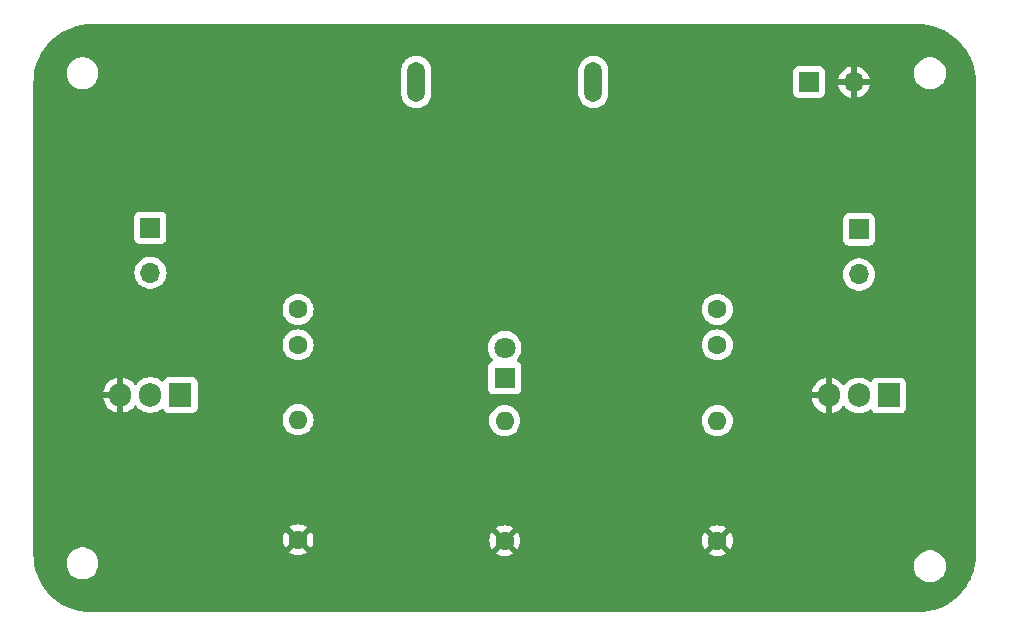
<source format=gbr>
%TF.GenerationSoftware,KiCad,Pcbnew,8.0.6*%
%TF.CreationDate,2024-11-17T18:19:46+01:00*%
%TF.ProjectId,MakerBot,4d616b65-7242-46f7-942e-6b696361645f,rev?*%
%TF.SameCoordinates,Original*%
%TF.FileFunction,Copper,L1,Top*%
%TF.FilePolarity,Positive*%
%FSLAX46Y46*%
G04 Gerber Fmt 4.6, Leading zero omitted, Abs format (unit mm)*
G04 Created by KiCad (PCBNEW 8.0.6) date 2024-11-17 18:19:46*
%MOMM*%
%LPD*%
G01*
G04 APERTURE LIST*
%TA.AperFunction,ComponentPad*%
%ADD10C,1.600000*%
%TD*%
%TA.AperFunction,ComponentPad*%
%ADD11O,1.600000X1.600000*%
%TD*%
%TA.AperFunction,ComponentPad*%
%ADD12O,1.500000X3.400000*%
%TD*%
%TA.AperFunction,ComponentPad*%
%ADD13R,1.700000X1.700000*%
%TD*%
%TA.AperFunction,ComponentPad*%
%ADD14O,1.700000X1.700000*%
%TD*%
%TA.AperFunction,ComponentPad*%
%ADD15R,1.905000X2.000000*%
%TD*%
%TA.AperFunction,ComponentPad*%
%ADD16O,1.905000X2.000000*%
%TD*%
%TA.AperFunction,ComponentPad*%
%ADD17R,1.800000X1.800000*%
%TD*%
%TA.AperFunction,ComponentPad*%
%ADD18C,1.800000*%
%TD*%
G04 APERTURE END LIST*
D10*
%TO.P,reistor_led1,1*%
%TO.N,GND*%
X190000000Y-93830000D03*
D11*
%TO.P,reistor_led1,2*%
%TO.N,Net-(led1-K)*%
X190000000Y-83670000D03*
%TD*%
D12*
%TO.P,push_button,1*%
%TO.N,VCC*%
X182500000Y-55000000D03*
%TO.P,push_button,2*%
%TO.N,+6V*%
X197500000Y-55000000D03*
%TD*%
D13*
%TO.P,motor2,1,+*%
%TO.N,VCC*%
X220000000Y-67480000D03*
D14*
%TO.P,motor2,2,-*%
%TO.N,Net-(motor2--)*%
X220000000Y-71290000D03*
%TD*%
D10*
%TO.P,resistor2,1*%
%TO.N,GND*%
X208000000Y-93830000D03*
D11*
%TO.P,resistor2,2*%
%TO.N,Net-(transistor2-G)*%
X208000000Y-83670000D03*
%TD*%
D13*
%TO.P,motor1,1,+*%
%TO.N,VCC*%
X160000000Y-67330000D03*
D14*
%TO.P,motor1,2,-*%
%TO.N,Net-(motor1--)*%
X160000000Y-71140000D03*
%TD*%
D15*
%TO.P,transistor2,1,G*%
%TO.N,Net-(transistor2-G)*%
X222504000Y-81534000D03*
D16*
%TO.P,transistor2,2,D*%
%TO.N,Net-(motor2--)*%
X219964000Y-81534000D03*
%TO.P,transistor2,3,S*%
%TO.N,GND*%
X217424000Y-81534000D03*
%TD*%
D10*
%TO.P,resistor1,1*%
%TO.N,GND*%
X172500000Y-93750000D03*
D11*
%TO.P,resistor1,2*%
%TO.N,Net-(transistor1-G)*%
X172500000Y-83590000D03*
%TD*%
D13*
%TO.P,battery,1,+*%
%TO.N,+6V*%
X215750000Y-55000000D03*
D14*
%TO.P,battery,2,-*%
%TO.N,GND*%
X219560000Y-55000000D03*
%TD*%
D17*
%TO.P,led1,1,K*%
%TO.N,Net-(led1-K)*%
X190000000Y-80025000D03*
D18*
%TO.P,led1,2,A*%
%TO.N,VCC*%
X190000000Y-77485000D03*
%TD*%
D15*
%TO.P,transistor1,1,G*%
%TO.N,Net-(transistor1-G)*%
X162540000Y-81500000D03*
D16*
%TO.P,transistor1,2,D*%
%TO.N,Net-(motor1--)*%
X160000000Y-81500000D03*
%TO.P,transistor1,3,S*%
%TO.N,GND*%
X157460000Y-81500000D03*
%TD*%
D10*
%TO.P,light_sensor1,1*%
%TO.N,VCC*%
X172500000Y-74250000D03*
%TO.P,light_sensor1,2*%
%TO.N,Net-(transistor1-G)*%
X172500000Y-77250000D03*
%TD*%
%TO.P,light_sensor2,1*%
%TO.N,VCC*%
X208000000Y-74250000D03*
%TO.P,light_sensor2,2*%
%TO.N,Net-(transistor2-G)*%
X208000000Y-77250000D03*
%TD*%
%TA.AperFunction,Conductor*%
%TO.N,GND*%
G36*
X225002702Y-50100617D02*
G01*
X225421634Y-50118908D01*
X225432369Y-50119848D01*
X225845430Y-50174228D01*
X225856056Y-50176101D01*
X226262816Y-50266278D01*
X226273228Y-50269067D01*
X226670582Y-50394353D01*
X226680717Y-50398042D01*
X227065625Y-50557477D01*
X227075416Y-50562043D01*
X227176472Y-50614649D01*
X227444942Y-50754406D01*
X227454310Y-50759814D01*
X227805675Y-50983658D01*
X227814536Y-50989863D01*
X228145045Y-51243471D01*
X228153332Y-51250425D01*
X228460478Y-51531872D01*
X228468127Y-51539521D01*
X228749574Y-51846667D01*
X228756528Y-51854954D01*
X229010136Y-52185463D01*
X229016341Y-52194324D01*
X229240185Y-52545689D01*
X229245593Y-52555057D01*
X229437953Y-52924576D01*
X229442525Y-52934380D01*
X229601951Y-53319267D01*
X229605650Y-53329430D01*
X229730868Y-53726570D01*
X229730926Y-53726752D01*
X229733726Y-53737202D01*
X229823895Y-54143930D01*
X229825773Y-54154583D01*
X229880149Y-54567610D01*
X229881092Y-54578386D01*
X229899382Y-54997297D01*
X229899500Y-55002706D01*
X229899500Y-94997293D01*
X229899382Y-95002702D01*
X229881092Y-95421613D01*
X229880149Y-95432389D01*
X229825773Y-95845416D01*
X229823895Y-95856069D01*
X229733726Y-96262797D01*
X229730926Y-96273247D01*
X229605651Y-96670567D01*
X229601951Y-96680732D01*
X229442525Y-97065619D01*
X229437953Y-97075423D01*
X229245593Y-97444942D01*
X229240185Y-97454310D01*
X229016341Y-97805675D01*
X229010136Y-97814536D01*
X228756528Y-98145045D01*
X228749574Y-98153332D01*
X228468127Y-98460478D01*
X228460478Y-98468127D01*
X228153332Y-98749574D01*
X228145045Y-98756528D01*
X227814536Y-99010136D01*
X227805675Y-99016341D01*
X227454310Y-99240185D01*
X227444942Y-99245593D01*
X227075423Y-99437953D01*
X227065619Y-99442525D01*
X226680732Y-99601951D01*
X226670567Y-99605651D01*
X226273247Y-99730926D01*
X226262797Y-99733726D01*
X225856069Y-99823895D01*
X225845416Y-99825773D01*
X225432389Y-99880149D01*
X225421613Y-99881092D01*
X225002703Y-99899382D01*
X224997294Y-99899500D01*
X155002706Y-99899500D01*
X154997297Y-99899382D01*
X154578386Y-99881092D01*
X154567610Y-99880149D01*
X154154583Y-99825773D01*
X154143930Y-99823895D01*
X153836064Y-99755643D01*
X153737199Y-99733725D01*
X153726756Y-99730927D01*
X153329430Y-99605650D01*
X153319267Y-99601951D01*
X152934380Y-99442525D01*
X152924576Y-99437953D01*
X152555057Y-99245593D01*
X152545689Y-99240185D01*
X152194324Y-99016341D01*
X152185463Y-99010136D01*
X151854954Y-98756528D01*
X151846667Y-98749574D01*
X151539521Y-98468127D01*
X151531872Y-98460478D01*
X151250425Y-98153332D01*
X151243471Y-98145045D01*
X150989863Y-97814536D01*
X150983658Y-97805675D01*
X150759814Y-97454310D01*
X150754406Y-97444942D01*
X150562043Y-97075416D01*
X150557474Y-97065619D01*
X150398042Y-96680717D01*
X150394353Y-96670582D01*
X150269067Y-96273228D01*
X150266278Y-96262816D01*
X150176101Y-95856056D01*
X150174228Y-95845430D01*
X150147672Y-95643713D01*
X152899500Y-95643713D01*
X152899500Y-95856286D01*
X152929800Y-96047596D01*
X152932754Y-96066243D01*
X152998336Y-96268084D01*
X152998444Y-96268414D01*
X153094951Y-96457820D01*
X153219890Y-96629786D01*
X153370213Y-96780109D01*
X153542179Y-96905048D01*
X153542181Y-96905049D01*
X153542184Y-96905051D01*
X153731588Y-97001557D01*
X153933757Y-97067246D01*
X154143713Y-97100500D01*
X154143714Y-97100500D01*
X154356286Y-97100500D01*
X154356287Y-97100500D01*
X154566243Y-97067246D01*
X154768412Y-97001557D01*
X154957816Y-96905051D01*
X155025800Y-96855658D01*
X155129786Y-96780109D01*
X155129788Y-96780106D01*
X155129792Y-96780104D01*
X155280104Y-96629792D01*
X155280106Y-96629788D01*
X155280109Y-96629786D01*
X155405048Y-96457820D01*
X155405047Y-96457820D01*
X155405051Y-96457816D01*
X155501557Y-96268412D01*
X155567246Y-96066243D01*
X155594572Y-95893713D01*
X224649500Y-95893713D01*
X224649500Y-96106286D01*
X224675178Y-96268414D01*
X224682754Y-96316243D01*
X224728755Y-96457820D01*
X224748444Y-96518414D01*
X224844951Y-96707820D01*
X224969890Y-96879786D01*
X225120213Y-97030109D01*
X225292179Y-97155048D01*
X225292181Y-97155049D01*
X225292184Y-97155051D01*
X225481588Y-97251557D01*
X225683757Y-97317246D01*
X225893713Y-97350500D01*
X225893714Y-97350500D01*
X226106286Y-97350500D01*
X226106287Y-97350500D01*
X226316243Y-97317246D01*
X226518412Y-97251557D01*
X226707816Y-97155051D01*
X226782900Y-97100500D01*
X226879786Y-97030109D01*
X226879788Y-97030106D01*
X226879792Y-97030104D01*
X227030104Y-96879792D01*
X227030106Y-96879788D01*
X227030109Y-96879786D01*
X227155048Y-96707820D01*
X227155047Y-96707820D01*
X227155051Y-96707816D01*
X227251557Y-96518412D01*
X227317246Y-96316243D01*
X227350500Y-96106287D01*
X227350500Y-95893713D01*
X227317246Y-95683757D01*
X227251557Y-95481588D01*
X227155051Y-95292184D01*
X227155049Y-95292181D01*
X227155048Y-95292179D01*
X227030109Y-95120213D01*
X226879786Y-94969890D01*
X226707820Y-94844951D01*
X226518414Y-94748444D01*
X226518413Y-94748443D01*
X226518412Y-94748443D01*
X226316243Y-94682754D01*
X226316241Y-94682753D01*
X226316240Y-94682753D01*
X226154957Y-94657208D01*
X226106287Y-94649500D01*
X225893713Y-94649500D01*
X225845042Y-94657208D01*
X225683760Y-94682753D01*
X225481585Y-94748444D01*
X225292179Y-94844951D01*
X225120213Y-94969890D01*
X224969890Y-95120213D01*
X224844951Y-95292179D01*
X224748444Y-95481585D01*
X224682753Y-95683760D01*
X224649500Y-95893713D01*
X155594572Y-95893713D01*
X155600500Y-95856287D01*
X155600500Y-95643713D01*
X155567246Y-95433757D01*
X155501557Y-95231588D01*
X155405051Y-95042184D01*
X155405049Y-95042181D01*
X155405048Y-95042179D01*
X155280109Y-94870213D01*
X155129786Y-94719890D01*
X154957820Y-94594951D01*
X154768414Y-94498444D01*
X154768413Y-94498443D01*
X154768412Y-94498443D01*
X154566243Y-94432754D01*
X154566241Y-94432753D01*
X154566240Y-94432753D01*
X154375089Y-94402478D01*
X154356287Y-94399500D01*
X154143713Y-94399500D01*
X154124911Y-94402478D01*
X153933760Y-94432753D01*
X153731585Y-94498444D01*
X153542179Y-94594951D01*
X153370213Y-94719890D01*
X153219890Y-94870213D01*
X153094951Y-95042179D01*
X152998444Y-95231585D01*
X152932753Y-95433760D01*
X152899500Y-95643713D01*
X150147672Y-95643713D01*
X150119848Y-95432369D01*
X150118908Y-95421632D01*
X150100618Y-95002701D01*
X150100500Y-94997293D01*
X150100500Y-93749997D01*
X171195034Y-93749997D01*
X171195034Y-93750002D01*
X171214858Y-93976599D01*
X171214860Y-93976610D01*
X171273730Y-94196317D01*
X171273735Y-94196331D01*
X171369863Y-94402478D01*
X171420974Y-94475472D01*
X172100000Y-93796446D01*
X172100000Y-93802661D01*
X172127259Y-93904394D01*
X172179920Y-93995606D01*
X172254394Y-94070080D01*
X172345606Y-94122741D01*
X172447339Y-94150000D01*
X172453553Y-94150000D01*
X171774526Y-94829025D01*
X171847513Y-94880132D01*
X171847521Y-94880136D01*
X172053668Y-94976264D01*
X172053682Y-94976269D01*
X172273389Y-95035139D01*
X172273400Y-95035141D01*
X172499998Y-95054966D01*
X172500002Y-95054966D01*
X172726599Y-95035141D01*
X172726610Y-95035139D01*
X172946317Y-94976269D01*
X172946331Y-94976264D01*
X173152478Y-94880136D01*
X173225471Y-94829024D01*
X172546447Y-94150000D01*
X172552661Y-94150000D01*
X172654394Y-94122741D01*
X172745606Y-94070080D01*
X172820080Y-93995606D01*
X172872741Y-93904394D01*
X172900000Y-93802661D01*
X172900000Y-93796447D01*
X173579024Y-94475471D01*
X173630136Y-94402478D01*
X173726264Y-94196331D01*
X173726269Y-94196317D01*
X173785139Y-93976610D01*
X173785141Y-93976599D01*
X173797967Y-93829997D01*
X188695034Y-93829997D01*
X188695034Y-93830002D01*
X188714858Y-94056599D01*
X188714860Y-94056610D01*
X188773730Y-94276317D01*
X188773735Y-94276331D01*
X188869863Y-94482478D01*
X188920974Y-94555472D01*
X189600000Y-93876446D01*
X189600000Y-93882661D01*
X189627259Y-93984394D01*
X189679920Y-94075606D01*
X189754394Y-94150080D01*
X189845606Y-94202741D01*
X189947339Y-94230000D01*
X189953553Y-94230000D01*
X189274526Y-94909025D01*
X189347513Y-94960132D01*
X189347521Y-94960136D01*
X189553668Y-95056264D01*
X189553682Y-95056269D01*
X189773389Y-95115139D01*
X189773400Y-95115141D01*
X189999998Y-95134966D01*
X190000002Y-95134966D01*
X190226599Y-95115141D01*
X190226610Y-95115139D01*
X190446317Y-95056269D01*
X190446331Y-95056264D01*
X190652478Y-94960136D01*
X190725471Y-94909024D01*
X190046447Y-94230000D01*
X190052661Y-94230000D01*
X190154394Y-94202741D01*
X190245606Y-94150080D01*
X190320080Y-94075606D01*
X190372741Y-93984394D01*
X190400000Y-93882661D01*
X190400000Y-93876447D01*
X191079024Y-94555471D01*
X191130136Y-94482478D01*
X191226264Y-94276331D01*
X191226269Y-94276317D01*
X191285139Y-94056610D01*
X191285141Y-94056599D01*
X191304966Y-93830002D01*
X191304966Y-93829997D01*
X206695034Y-93829997D01*
X206695034Y-93830002D01*
X206714858Y-94056599D01*
X206714860Y-94056610D01*
X206773730Y-94276317D01*
X206773735Y-94276331D01*
X206869863Y-94482478D01*
X206920974Y-94555472D01*
X207600000Y-93876446D01*
X207600000Y-93882661D01*
X207627259Y-93984394D01*
X207679920Y-94075606D01*
X207754394Y-94150080D01*
X207845606Y-94202741D01*
X207947339Y-94230000D01*
X207953553Y-94230000D01*
X207274526Y-94909025D01*
X207347513Y-94960132D01*
X207347521Y-94960136D01*
X207553668Y-95056264D01*
X207553682Y-95056269D01*
X207773389Y-95115139D01*
X207773400Y-95115141D01*
X207999998Y-95134966D01*
X208000002Y-95134966D01*
X208226599Y-95115141D01*
X208226610Y-95115139D01*
X208446317Y-95056269D01*
X208446331Y-95056264D01*
X208652478Y-94960136D01*
X208725471Y-94909024D01*
X208046447Y-94230000D01*
X208052661Y-94230000D01*
X208154394Y-94202741D01*
X208245606Y-94150080D01*
X208320080Y-94075606D01*
X208372741Y-93984394D01*
X208400000Y-93882661D01*
X208400000Y-93876447D01*
X209079024Y-94555471D01*
X209130136Y-94482478D01*
X209226264Y-94276331D01*
X209226269Y-94276317D01*
X209285139Y-94056610D01*
X209285141Y-94056599D01*
X209304966Y-93830002D01*
X209304966Y-93829997D01*
X209285141Y-93603400D01*
X209285139Y-93603389D01*
X209226269Y-93383682D01*
X209226264Y-93383668D01*
X209130136Y-93177521D01*
X209130132Y-93177513D01*
X209079025Y-93104526D01*
X208400000Y-93783551D01*
X208400000Y-93777339D01*
X208372741Y-93675606D01*
X208320080Y-93584394D01*
X208245606Y-93509920D01*
X208154394Y-93457259D01*
X208052661Y-93430000D01*
X208046448Y-93430000D01*
X208725472Y-92750974D01*
X208652478Y-92699863D01*
X208446331Y-92603735D01*
X208446317Y-92603730D01*
X208226610Y-92544860D01*
X208226599Y-92544858D01*
X208000002Y-92525034D01*
X207999998Y-92525034D01*
X207773400Y-92544858D01*
X207773389Y-92544860D01*
X207553682Y-92603730D01*
X207553673Y-92603734D01*
X207347516Y-92699866D01*
X207347512Y-92699868D01*
X207274526Y-92750973D01*
X207274526Y-92750974D01*
X207953553Y-93430000D01*
X207947339Y-93430000D01*
X207845606Y-93457259D01*
X207754394Y-93509920D01*
X207679920Y-93584394D01*
X207627259Y-93675606D01*
X207600000Y-93777339D01*
X207600000Y-93783552D01*
X206920974Y-93104526D01*
X206920973Y-93104526D01*
X206869868Y-93177512D01*
X206869866Y-93177516D01*
X206773734Y-93383673D01*
X206773730Y-93383682D01*
X206714860Y-93603389D01*
X206714858Y-93603400D01*
X206695034Y-93829997D01*
X191304966Y-93829997D01*
X191285141Y-93603400D01*
X191285139Y-93603389D01*
X191226269Y-93383682D01*
X191226264Y-93383668D01*
X191130136Y-93177521D01*
X191130132Y-93177513D01*
X191079025Y-93104526D01*
X190400000Y-93783551D01*
X190400000Y-93777339D01*
X190372741Y-93675606D01*
X190320080Y-93584394D01*
X190245606Y-93509920D01*
X190154394Y-93457259D01*
X190052661Y-93430000D01*
X190046448Y-93430000D01*
X190725472Y-92750974D01*
X190652478Y-92699863D01*
X190446331Y-92603735D01*
X190446317Y-92603730D01*
X190226610Y-92544860D01*
X190226599Y-92544858D01*
X190000002Y-92525034D01*
X189999998Y-92525034D01*
X189773400Y-92544858D01*
X189773389Y-92544860D01*
X189553682Y-92603730D01*
X189553673Y-92603734D01*
X189347516Y-92699866D01*
X189347512Y-92699868D01*
X189274526Y-92750973D01*
X189274526Y-92750974D01*
X189953553Y-93430000D01*
X189947339Y-93430000D01*
X189845606Y-93457259D01*
X189754394Y-93509920D01*
X189679920Y-93584394D01*
X189627259Y-93675606D01*
X189600000Y-93777339D01*
X189600000Y-93783552D01*
X188920974Y-93104526D01*
X188920973Y-93104526D01*
X188869868Y-93177512D01*
X188869866Y-93177516D01*
X188773734Y-93383673D01*
X188773730Y-93383682D01*
X188714860Y-93603389D01*
X188714858Y-93603400D01*
X188695034Y-93829997D01*
X173797967Y-93829997D01*
X173804966Y-93750002D01*
X173804966Y-93749997D01*
X173785141Y-93523400D01*
X173785139Y-93523389D01*
X173726269Y-93303682D01*
X173726264Y-93303668D01*
X173630136Y-93097521D01*
X173630132Y-93097513D01*
X173579025Y-93024526D01*
X172900000Y-93703551D01*
X172900000Y-93697339D01*
X172872741Y-93595606D01*
X172820080Y-93504394D01*
X172745606Y-93429920D01*
X172654394Y-93377259D01*
X172552661Y-93350000D01*
X172546448Y-93350000D01*
X173225472Y-92670974D01*
X173152478Y-92619863D01*
X172946331Y-92523735D01*
X172946317Y-92523730D01*
X172726610Y-92464860D01*
X172726599Y-92464858D01*
X172500002Y-92445034D01*
X172499998Y-92445034D01*
X172273400Y-92464858D01*
X172273389Y-92464860D01*
X172053682Y-92523730D01*
X172053673Y-92523734D01*
X171847516Y-92619866D01*
X171847512Y-92619868D01*
X171774526Y-92670973D01*
X171774526Y-92670974D01*
X172453553Y-93350000D01*
X172447339Y-93350000D01*
X172345606Y-93377259D01*
X172254394Y-93429920D01*
X172179920Y-93504394D01*
X172127259Y-93595606D01*
X172100000Y-93697339D01*
X172100000Y-93703552D01*
X171420974Y-93024526D01*
X171420973Y-93024526D01*
X171369868Y-93097512D01*
X171369866Y-93097516D01*
X171273734Y-93303673D01*
X171273730Y-93303682D01*
X171214860Y-93523389D01*
X171214858Y-93523400D01*
X171195034Y-93749997D01*
X150100500Y-93749997D01*
X150100500Y-83589998D01*
X171186502Y-83589998D01*
X171186502Y-83590001D01*
X171206456Y-83818081D01*
X171206457Y-83818089D01*
X171265714Y-84039238D01*
X171265718Y-84039249D01*
X171303020Y-84119243D01*
X171362477Y-84246749D01*
X171493802Y-84434300D01*
X171655700Y-84596198D01*
X171843251Y-84727523D01*
X171968091Y-84785736D01*
X172050750Y-84824281D01*
X172050752Y-84824281D01*
X172050757Y-84824284D01*
X172271913Y-84883543D01*
X172434832Y-84897796D01*
X172499998Y-84903498D01*
X172500000Y-84903498D01*
X172500002Y-84903498D01*
X172557021Y-84898509D01*
X172728087Y-84883543D01*
X172949243Y-84824284D01*
X173156749Y-84727523D01*
X173344300Y-84596198D01*
X173506198Y-84434300D01*
X173637523Y-84246749D01*
X173734284Y-84039243D01*
X173793543Y-83818087D01*
X173806499Y-83669998D01*
X188686502Y-83669998D01*
X188686502Y-83670001D01*
X188706456Y-83898081D01*
X188706457Y-83898089D01*
X188765714Y-84119238D01*
X188765718Y-84119249D01*
X188862475Y-84326745D01*
X188862477Y-84326749D01*
X188993802Y-84514300D01*
X189155700Y-84676198D01*
X189343251Y-84807523D01*
X189468091Y-84865736D01*
X189550750Y-84904281D01*
X189550752Y-84904281D01*
X189550757Y-84904284D01*
X189771913Y-84963543D01*
X189934832Y-84977796D01*
X189999998Y-84983498D01*
X190000000Y-84983498D01*
X190000002Y-84983498D01*
X190057021Y-84978509D01*
X190228087Y-84963543D01*
X190449243Y-84904284D01*
X190656749Y-84807523D01*
X190844300Y-84676198D01*
X191006198Y-84514300D01*
X191137523Y-84326749D01*
X191234284Y-84119243D01*
X191293543Y-83898087D01*
X191313498Y-83670000D01*
X191313498Y-83669998D01*
X206686502Y-83669998D01*
X206686502Y-83670001D01*
X206706456Y-83898081D01*
X206706457Y-83898089D01*
X206765714Y-84119238D01*
X206765718Y-84119249D01*
X206862475Y-84326745D01*
X206862477Y-84326749D01*
X206993802Y-84514300D01*
X207155700Y-84676198D01*
X207343251Y-84807523D01*
X207468091Y-84865736D01*
X207550750Y-84904281D01*
X207550752Y-84904281D01*
X207550757Y-84904284D01*
X207771913Y-84963543D01*
X207934832Y-84977796D01*
X207999998Y-84983498D01*
X208000000Y-84983498D01*
X208000002Y-84983498D01*
X208057021Y-84978509D01*
X208228087Y-84963543D01*
X208449243Y-84904284D01*
X208656749Y-84807523D01*
X208844300Y-84676198D01*
X209006198Y-84514300D01*
X209137523Y-84326749D01*
X209234284Y-84119243D01*
X209293543Y-83898087D01*
X209313498Y-83670000D01*
X209293543Y-83441913D01*
X209234284Y-83220757D01*
X209196981Y-83140761D01*
X209137524Y-83013254D01*
X209137523Y-83013252D01*
X209137523Y-83013251D01*
X209006198Y-82825700D01*
X208844300Y-82663802D01*
X208656749Y-82532477D01*
X208646582Y-82527736D01*
X208449249Y-82435718D01*
X208449238Y-82435714D01*
X208228089Y-82376457D01*
X208228081Y-82376456D01*
X208000002Y-82356502D01*
X207999998Y-82356502D01*
X207771918Y-82376456D01*
X207771910Y-82376457D01*
X207550761Y-82435714D01*
X207550750Y-82435718D01*
X207343254Y-82532475D01*
X207343252Y-82532476D01*
X207320148Y-82548654D01*
X207155700Y-82663802D01*
X207155698Y-82663803D01*
X207155695Y-82663806D01*
X206993806Y-82825695D01*
X206993803Y-82825698D01*
X206993802Y-82825700D01*
X206943695Y-82897260D01*
X206862476Y-83013252D01*
X206862475Y-83013254D01*
X206765718Y-83220750D01*
X206765714Y-83220761D01*
X206706457Y-83441910D01*
X206706456Y-83441918D01*
X206686502Y-83669998D01*
X191313498Y-83669998D01*
X191293543Y-83441913D01*
X191234284Y-83220757D01*
X191196981Y-83140761D01*
X191137524Y-83013254D01*
X191137523Y-83013252D01*
X191137523Y-83013251D01*
X191006198Y-82825700D01*
X190844300Y-82663802D01*
X190656749Y-82532477D01*
X190646582Y-82527736D01*
X190449249Y-82435718D01*
X190449238Y-82435714D01*
X190228089Y-82376457D01*
X190228081Y-82376456D01*
X190000002Y-82356502D01*
X189999998Y-82356502D01*
X189771918Y-82376456D01*
X189771910Y-82376457D01*
X189550761Y-82435714D01*
X189550750Y-82435718D01*
X189343254Y-82532475D01*
X189343252Y-82532476D01*
X189320148Y-82548654D01*
X189155700Y-82663802D01*
X189155698Y-82663803D01*
X189155695Y-82663806D01*
X188993806Y-82825695D01*
X188993803Y-82825698D01*
X188993802Y-82825700D01*
X188943695Y-82897260D01*
X188862476Y-83013252D01*
X188862475Y-83013254D01*
X188765718Y-83220750D01*
X188765714Y-83220761D01*
X188706457Y-83441910D01*
X188706456Y-83441918D01*
X188686502Y-83669998D01*
X173806499Y-83669998D01*
X173813498Y-83590000D01*
X173793543Y-83361913D01*
X173734284Y-83140757D01*
X173637523Y-82933251D01*
X173506198Y-82745700D01*
X173344300Y-82583802D01*
X173156749Y-82452477D01*
X173151313Y-82449942D01*
X172949249Y-82355718D01*
X172949238Y-82355714D01*
X172728089Y-82296457D01*
X172728081Y-82296456D01*
X172500002Y-82276502D01*
X172499998Y-82276502D01*
X172271918Y-82296456D01*
X172271910Y-82296457D01*
X172050761Y-82355714D01*
X172050750Y-82355718D01*
X171843254Y-82452475D01*
X171843252Y-82452476D01*
X171843251Y-82452477D01*
X171655700Y-82583802D01*
X171655698Y-82583803D01*
X171655695Y-82583806D01*
X171493806Y-82745695D01*
X171493803Y-82745698D01*
X171493802Y-82745700D01*
X171439124Y-82823788D01*
X171362476Y-82933252D01*
X171362475Y-82933254D01*
X171265718Y-83140750D01*
X171265714Y-83140761D01*
X171206457Y-83361910D01*
X171206456Y-83361918D01*
X171186502Y-83589998D01*
X150100500Y-83589998D01*
X150100500Y-81250000D01*
X156021468Y-81250000D01*
X156969252Y-81250000D01*
X156947482Y-81287708D01*
X156910000Y-81427591D01*
X156910000Y-81572409D01*
X156947482Y-81712292D01*
X156969252Y-81750000D01*
X156021468Y-81750000D01*
X156043265Y-81887628D01*
X156113917Y-82105070D01*
X156217711Y-82308776D01*
X156352097Y-82493742D01*
X156513757Y-82655402D01*
X156698723Y-82789788D01*
X156902429Y-82893582D01*
X157119871Y-82964234D01*
X157210000Y-82978509D01*
X157210000Y-81990747D01*
X157247708Y-82012518D01*
X157387591Y-82050000D01*
X157532409Y-82050000D01*
X157672292Y-82012518D01*
X157710000Y-81990747D01*
X157710000Y-82978508D01*
X157800128Y-82964234D01*
X158017570Y-82893582D01*
X158221276Y-82789788D01*
X158406242Y-82655402D01*
X158567902Y-82493742D01*
X158567907Y-82493736D01*
X158624428Y-82415942D01*
X158679757Y-82373276D01*
X158749371Y-82367297D01*
X158811166Y-82399902D01*
X158825064Y-82415942D01*
X158881584Y-82493736D01*
X158885611Y-82499278D01*
X159048222Y-82661889D01*
X159234269Y-82797060D01*
X159331078Y-82846386D01*
X159439166Y-82901460D01*
X159439168Y-82901460D01*
X159439171Y-82901462D01*
X159519560Y-82927582D01*
X159657881Y-82972526D01*
X159885012Y-83008500D01*
X159885017Y-83008500D01*
X160114988Y-83008500D01*
X160342118Y-82972526D01*
X160408712Y-82950888D01*
X160560829Y-82901462D01*
X160765731Y-82797060D01*
X160940428Y-82670134D01*
X161006231Y-82646656D01*
X161074285Y-82662481D01*
X161122980Y-82712587D01*
X161129491Y-82727117D01*
X161136610Y-82746203D01*
X161147775Y-82761117D01*
X161224239Y-82863261D01*
X161341296Y-82950889D01*
X161432450Y-82984888D01*
X161468231Y-82998234D01*
X161478299Y-83001989D01*
X161505550Y-83004918D01*
X161538845Y-83008499D01*
X161538862Y-83008500D01*
X163541138Y-83008500D01*
X163541154Y-83008499D01*
X163568192Y-83005591D01*
X163601701Y-83001989D01*
X163611769Y-82998234D01*
X163647547Y-82984889D01*
X163738704Y-82950889D01*
X163855761Y-82863261D01*
X163943389Y-82746204D01*
X163994489Y-82609201D01*
X163998847Y-82568667D01*
X164000999Y-82548654D01*
X164001000Y-82548637D01*
X164001000Y-80451362D01*
X164000999Y-80451345D01*
X163997657Y-80420270D01*
X163994489Y-80390799D01*
X163993157Y-80387229D01*
X163971370Y-80328815D01*
X163943389Y-80253796D01*
X163855761Y-80136739D01*
X163738704Y-80049111D01*
X163601703Y-79998011D01*
X163541154Y-79991500D01*
X163541138Y-79991500D01*
X161538862Y-79991500D01*
X161538845Y-79991500D01*
X161478297Y-79998011D01*
X161478295Y-79998011D01*
X161341295Y-80049111D01*
X161224239Y-80136739D01*
X161136610Y-80253796D01*
X161129491Y-80272883D01*
X161087617Y-80328815D01*
X161022152Y-80353229D01*
X160953880Y-80338375D01*
X160940426Y-80329863D01*
X160765734Y-80202942D01*
X160765733Y-80202941D01*
X160765731Y-80202940D01*
X160701741Y-80170336D01*
X160560833Y-80098539D01*
X160342118Y-80027473D01*
X160114988Y-79991500D01*
X160114983Y-79991500D01*
X159885017Y-79991500D01*
X159885012Y-79991500D01*
X159657881Y-80027473D01*
X159439166Y-80098539D01*
X159234268Y-80202940D01*
X159048219Y-80338113D01*
X158885613Y-80500719D01*
X158885613Y-80500720D01*
X158885611Y-80500722D01*
X158860911Y-80534719D01*
X158825064Y-80584058D01*
X158769734Y-80626723D01*
X158700120Y-80632702D01*
X158638325Y-80600096D01*
X158624428Y-80584057D01*
X158567907Y-80506263D01*
X158567902Y-80506257D01*
X158406242Y-80344597D01*
X158221276Y-80210211D01*
X158017568Y-80106417D01*
X157800124Y-80035765D01*
X157710000Y-80021490D01*
X157710000Y-81009252D01*
X157672292Y-80987482D01*
X157532409Y-80950000D01*
X157387591Y-80950000D01*
X157247708Y-80987482D01*
X157210000Y-81009252D01*
X157210000Y-80021490D01*
X157209999Y-80021490D01*
X157119875Y-80035765D01*
X156902431Y-80106417D01*
X156698723Y-80210211D01*
X156513757Y-80344597D01*
X156352097Y-80506257D01*
X156217711Y-80691223D01*
X156113917Y-80894929D01*
X156043265Y-81112371D01*
X156021468Y-81250000D01*
X150100500Y-81250000D01*
X150100500Y-77249998D01*
X171186502Y-77249998D01*
X171186502Y-77250001D01*
X171206456Y-77478081D01*
X171206457Y-77478089D01*
X171265714Y-77699238D01*
X171265718Y-77699249D01*
X171362475Y-77906745D01*
X171362477Y-77906749D01*
X171493802Y-78094300D01*
X171655700Y-78256198D01*
X171843251Y-78387523D01*
X171968091Y-78445736D01*
X172050750Y-78484281D01*
X172050752Y-78484281D01*
X172050757Y-78484284D01*
X172271913Y-78543543D01*
X172434832Y-78557796D01*
X172499998Y-78563498D01*
X172500000Y-78563498D01*
X172500002Y-78563498D01*
X172557021Y-78558509D01*
X172728087Y-78543543D01*
X172949243Y-78484284D01*
X173156749Y-78387523D01*
X173344300Y-78256198D01*
X173506198Y-78094300D01*
X173637523Y-77906749D01*
X173734284Y-77699243D01*
X173791692Y-77484994D01*
X188586673Y-77484994D01*
X188586673Y-77485005D01*
X188605948Y-77717622D01*
X188663251Y-77943907D01*
X188757015Y-78157668D01*
X188884686Y-78353084D01*
X188971856Y-78447775D01*
X189002779Y-78510429D01*
X188994919Y-78579855D01*
X188950772Y-78634011D01*
X188923963Y-78647939D01*
X188853794Y-78674111D01*
X188736739Y-78761739D01*
X188649111Y-78878795D01*
X188598011Y-79015795D01*
X188598011Y-79015797D01*
X188591500Y-79076345D01*
X188591500Y-80973654D01*
X188598011Y-81034202D01*
X188598011Y-81034204D01*
X188645787Y-81162292D01*
X188649111Y-81171204D01*
X188736739Y-81288261D01*
X188853796Y-81375889D01*
X188990799Y-81426989D01*
X189018050Y-81429918D01*
X189051345Y-81433499D01*
X189051362Y-81433500D01*
X190948638Y-81433500D01*
X190948654Y-81433499D01*
X190975692Y-81430591D01*
X191009201Y-81426989D01*
X191146204Y-81375889D01*
X191263261Y-81288261D01*
X191266451Y-81284000D01*
X215985468Y-81284000D01*
X216933252Y-81284000D01*
X216911482Y-81321708D01*
X216874000Y-81461591D01*
X216874000Y-81606409D01*
X216911482Y-81746292D01*
X216933252Y-81784000D01*
X215985468Y-81784000D01*
X216007265Y-81921628D01*
X216077917Y-82139070D01*
X216181711Y-82342776D01*
X216316097Y-82527742D01*
X216477757Y-82689402D01*
X216662723Y-82823788D01*
X216866429Y-82927582D01*
X217083871Y-82998234D01*
X217174000Y-83012509D01*
X217174000Y-82024747D01*
X217211708Y-82046518D01*
X217351591Y-82084000D01*
X217496409Y-82084000D01*
X217636292Y-82046518D01*
X217674000Y-82024747D01*
X217674000Y-83012509D01*
X217764128Y-82998234D01*
X217981570Y-82927582D01*
X218185276Y-82823788D01*
X218370242Y-82689402D01*
X218531902Y-82527742D01*
X218531907Y-82527736D01*
X218588428Y-82449942D01*
X218643757Y-82407276D01*
X218713371Y-82401297D01*
X218775166Y-82433902D01*
X218789064Y-82449942D01*
X218849027Y-82532475D01*
X218849611Y-82533278D01*
X219012222Y-82695889D01*
X219198269Y-82831060D01*
X219295078Y-82880386D01*
X219403166Y-82935460D01*
X219403168Y-82935460D01*
X219403171Y-82935462D01*
X219520404Y-82973553D01*
X219621881Y-83006526D01*
X219849012Y-83042500D01*
X219849017Y-83042500D01*
X220078988Y-83042500D01*
X220306118Y-83006526D01*
X220372712Y-82984888D01*
X220524829Y-82935462D01*
X220529163Y-82933254D01*
X220599805Y-82897260D01*
X220729731Y-82831060D01*
X220904428Y-82704134D01*
X220970231Y-82680656D01*
X221038285Y-82696481D01*
X221086980Y-82746587D01*
X221093491Y-82761117D01*
X221100610Y-82780203D01*
X221113229Y-82797060D01*
X221188239Y-82897261D01*
X221305296Y-82984889D01*
X221442299Y-83035989D01*
X221469550Y-83038918D01*
X221502845Y-83042499D01*
X221502862Y-83042500D01*
X223505138Y-83042500D01*
X223505154Y-83042499D01*
X223532192Y-83039591D01*
X223565701Y-83035989D01*
X223702704Y-82984889D01*
X223819761Y-82897261D01*
X223907389Y-82780204D01*
X223958489Y-82643201D01*
X223962144Y-82609201D01*
X223964999Y-82582654D01*
X223965000Y-82582637D01*
X223965000Y-80485362D01*
X223964999Y-80485345D01*
X223961343Y-80451345D01*
X223958489Y-80424799D01*
X223907389Y-80287796D01*
X223819761Y-80170739D01*
X223702704Y-80083111D01*
X223565703Y-80032011D01*
X223505154Y-80025500D01*
X223505138Y-80025500D01*
X221502862Y-80025500D01*
X221502845Y-80025500D01*
X221442297Y-80032011D01*
X221442295Y-80032011D01*
X221305295Y-80083111D01*
X221188239Y-80170739D01*
X221100610Y-80287796D01*
X221093491Y-80306883D01*
X221051617Y-80362815D01*
X220986152Y-80387229D01*
X220917880Y-80372375D01*
X220904426Y-80363863D01*
X220729734Y-80236942D01*
X220729733Y-80236941D01*
X220729731Y-80236940D01*
X220663002Y-80202940D01*
X220524833Y-80132539D01*
X220306118Y-80061473D01*
X220078988Y-80025500D01*
X220078983Y-80025500D01*
X219849017Y-80025500D01*
X219849012Y-80025500D01*
X219621881Y-80061473D01*
X219403166Y-80132539D01*
X219198268Y-80236940D01*
X219012219Y-80372113D01*
X218849613Y-80534719D01*
X218849613Y-80534720D01*
X218849611Y-80534722D01*
X218802114Y-80600096D01*
X218789064Y-80618058D01*
X218733734Y-80660723D01*
X218664120Y-80666702D01*
X218602325Y-80634096D01*
X218588428Y-80618057D01*
X218531907Y-80540263D01*
X218531902Y-80540257D01*
X218370242Y-80378597D01*
X218185276Y-80244211D01*
X217981568Y-80140417D01*
X217764124Y-80069765D01*
X217674000Y-80055490D01*
X217674000Y-81043252D01*
X217636292Y-81021482D01*
X217496409Y-80984000D01*
X217351591Y-80984000D01*
X217211708Y-81021482D01*
X217174000Y-81043252D01*
X217174000Y-80055490D01*
X217173999Y-80055490D01*
X217083875Y-80069765D01*
X216866431Y-80140417D01*
X216662723Y-80244211D01*
X216477757Y-80378597D01*
X216316097Y-80540257D01*
X216181711Y-80725223D01*
X216077917Y-80928929D01*
X216007265Y-81146371D01*
X215985468Y-81284000D01*
X191266451Y-81284000D01*
X191350889Y-81171204D01*
X191401989Y-81034201D01*
X191407386Y-80984000D01*
X191408499Y-80973654D01*
X191408500Y-80973637D01*
X191408500Y-79076362D01*
X191408499Y-79076345D01*
X191405157Y-79045270D01*
X191401989Y-79015799D01*
X191350889Y-78878796D01*
X191263261Y-78761739D01*
X191146204Y-78674111D01*
X191076037Y-78647939D01*
X191020104Y-78606067D01*
X190995688Y-78540602D01*
X191010541Y-78472329D01*
X191028138Y-78447780D01*
X191115314Y-78353083D01*
X191242984Y-78157669D01*
X191336749Y-77943907D01*
X191394051Y-77717626D01*
X191413327Y-77485000D01*
X191412754Y-77478089D01*
X191394051Y-77252377D01*
X191394051Y-77252374D01*
X191393449Y-77249998D01*
X206686502Y-77249998D01*
X206686502Y-77250001D01*
X206706456Y-77478081D01*
X206706457Y-77478089D01*
X206765714Y-77699238D01*
X206765718Y-77699249D01*
X206862475Y-77906745D01*
X206862477Y-77906749D01*
X206993802Y-78094300D01*
X207155700Y-78256198D01*
X207343251Y-78387523D01*
X207468091Y-78445736D01*
X207550750Y-78484281D01*
X207550752Y-78484281D01*
X207550757Y-78484284D01*
X207771913Y-78543543D01*
X207934832Y-78557796D01*
X207999998Y-78563498D01*
X208000000Y-78563498D01*
X208000002Y-78563498D01*
X208057021Y-78558509D01*
X208228087Y-78543543D01*
X208449243Y-78484284D01*
X208656749Y-78387523D01*
X208844300Y-78256198D01*
X209006198Y-78094300D01*
X209137523Y-77906749D01*
X209234284Y-77699243D01*
X209293543Y-77478087D01*
X209313498Y-77250000D01*
X209293543Y-77021913D01*
X209234284Y-76800757D01*
X209137523Y-76593251D01*
X209006198Y-76405700D01*
X208844300Y-76243802D01*
X208656749Y-76112477D01*
X208579596Y-76076500D01*
X208449249Y-76015718D01*
X208449238Y-76015714D01*
X208228089Y-75956457D01*
X208228081Y-75956456D01*
X208000002Y-75936502D01*
X207999998Y-75936502D01*
X207771918Y-75956456D01*
X207771910Y-75956457D01*
X207550761Y-76015714D01*
X207550750Y-76015718D01*
X207343254Y-76112475D01*
X207343252Y-76112476D01*
X207343251Y-76112477D01*
X207155700Y-76243802D01*
X207155698Y-76243803D01*
X207155695Y-76243806D01*
X206993806Y-76405695D01*
X206993803Y-76405698D01*
X206993802Y-76405700D01*
X206911767Y-76522856D01*
X206862476Y-76593252D01*
X206862475Y-76593254D01*
X206765718Y-76800750D01*
X206765714Y-76800761D01*
X206706457Y-77021910D01*
X206706456Y-77021918D01*
X206686502Y-77249998D01*
X191393449Y-77249998D01*
X191336749Y-77026093D01*
X191242984Y-76812331D01*
X191115314Y-76616917D01*
X191115313Y-76616915D01*
X190957223Y-76445185D01*
X190957222Y-76445184D01*
X190957220Y-76445182D01*
X190773017Y-76301810D01*
X190773015Y-76301809D01*
X190773014Y-76301808D01*
X190773011Y-76301806D01*
X190567733Y-76190716D01*
X190567730Y-76190715D01*
X190567727Y-76190713D01*
X190567721Y-76190711D01*
X190567719Y-76190710D01*
X190346954Y-76114920D01*
X190174271Y-76086105D01*
X190116712Y-76076500D01*
X189883288Y-76076500D01*
X189837240Y-76084184D01*
X189653045Y-76114920D01*
X189432280Y-76190710D01*
X189432266Y-76190716D01*
X189226988Y-76301806D01*
X189226985Y-76301808D01*
X189042781Y-76445181D01*
X189042776Y-76445185D01*
X188884686Y-76616915D01*
X188757015Y-76812331D01*
X188663251Y-77026092D01*
X188605948Y-77252377D01*
X188586673Y-77484994D01*
X173791692Y-77484994D01*
X173793543Y-77478087D01*
X173813498Y-77250000D01*
X173793543Y-77021913D01*
X173734284Y-76800757D01*
X173637523Y-76593251D01*
X173506198Y-76405700D01*
X173344300Y-76243802D01*
X173156749Y-76112477D01*
X173079596Y-76076500D01*
X172949249Y-76015718D01*
X172949238Y-76015714D01*
X172728089Y-75956457D01*
X172728081Y-75956456D01*
X172500002Y-75936502D01*
X172499998Y-75936502D01*
X172271918Y-75956456D01*
X172271910Y-75956457D01*
X172050761Y-76015714D01*
X172050750Y-76015718D01*
X171843254Y-76112475D01*
X171843252Y-76112476D01*
X171843251Y-76112477D01*
X171655700Y-76243802D01*
X171655698Y-76243803D01*
X171655695Y-76243806D01*
X171493806Y-76405695D01*
X171493803Y-76405698D01*
X171493802Y-76405700D01*
X171411767Y-76522856D01*
X171362476Y-76593252D01*
X171362475Y-76593254D01*
X171265718Y-76800750D01*
X171265714Y-76800761D01*
X171206457Y-77021910D01*
X171206456Y-77021918D01*
X171186502Y-77249998D01*
X150100500Y-77249998D01*
X150100500Y-74249998D01*
X171186502Y-74249998D01*
X171186502Y-74250001D01*
X171206456Y-74478081D01*
X171206457Y-74478089D01*
X171265714Y-74699238D01*
X171265718Y-74699249D01*
X171362475Y-74906745D01*
X171362477Y-74906749D01*
X171493802Y-75094300D01*
X171655700Y-75256198D01*
X171843251Y-75387523D01*
X171968091Y-75445736D01*
X172050750Y-75484281D01*
X172050752Y-75484281D01*
X172050757Y-75484284D01*
X172271913Y-75543543D01*
X172434832Y-75557796D01*
X172499998Y-75563498D01*
X172500000Y-75563498D01*
X172500002Y-75563498D01*
X172557021Y-75558509D01*
X172728087Y-75543543D01*
X172949243Y-75484284D01*
X173156749Y-75387523D01*
X173344300Y-75256198D01*
X173506198Y-75094300D01*
X173637523Y-74906749D01*
X173734284Y-74699243D01*
X173793543Y-74478087D01*
X173813498Y-74250000D01*
X173813498Y-74249998D01*
X206686502Y-74249998D01*
X206686502Y-74250001D01*
X206706456Y-74478081D01*
X206706457Y-74478089D01*
X206765714Y-74699238D01*
X206765718Y-74699249D01*
X206862475Y-74906745D01*
X206862477Y-74906749D01*
X206993802Y-75094300D01*
X207155700Y-75256198D01*
X207343251Y-75387523D01*
X207468091Y-75445736D01*
X207550750Y-75484281D01*
X207550752Y-75484281D01*
X207550757Y-75484284D01*
X207771913Y-75543543D01*
X207934832Y-75557796D01*
X207999998Y-75563498D01*
X208000000Y-75563498D01*
X208000002Y-75563498D01*
X208057021Y-75558509D01*
X208228087Y-75543543D01*
X208449243Y-75484284D01*
X208656749Y-75387523D01*
X208844300Y-75256198D01*
X209006198Y-75094300D01*
X209137523Y-74906749D01*
X209234284Y-74699243D01*
X209293543Y-74478087D01*
X209313498Y-74250000D01*
X209293543Y-74021913D01*
X209234284Y-73800757D01*
X209137523Y-73593251D01*
X209006198Y-73405700D01*
X208844300Y-73243802D01*
X208656749Y-73112477D01*
X208656745Y-73112475D01*
X208449249Y-73015718D01*
X208449238Y-73015714D01*
X208228089Y-72956457D01*
X208228081Y-72956456D01*
X208000002Y-72936502D01*
X207999998Y-72936502D01*
X207771918Y-72956456D01*
X207771910Y-72956457D01*
X207550761Y-73015714D01*
X207550750Y-73015718D01*
X207343254Y-73112475D01*
X207343252Y-73112476D01*
X207343251Y-73112477D01*
X207155700Y-73243802D01*
X207155698Y-73243803D01*
X207155695Y-73243806D01*
X206993806Y-73405695D01*
X206862476Y-73593252D01*
X206862475Y-73593254D01*
X206765718Y-73800750D01*
X206765714Y-73800761D01*
X206706457Y-74021910D01*
X206706456Y-74021918D01*
X206686502Y-74249998D01*
X173813498Y-74249998D01*
X173793543Y-74021913D01*
X173734284Y-73800757D01*
X173637523Y-73593251D01*
X173506198Y-73405700D01*
X173344300Y-73243802D01*
X173156749Y-73112477D01*
X173156745Y-73112475D01*
X172949249Y-73015718D01*
X172949238Y-73015714D01*
X172728089Y-72956457D01*
X172728081Y-72956456D01*
X172500002Y-72936502D01*
X172499998Y-72936502D01*
X172271918Y-72956456D01*
X172271910Y-72956457D01*
X172050761Y-73015714D01*
X172050750Y-73015718D01*
X171843254Y-73112475D01*
X171843252Y-73112476D01*
X171843251Y-73112477D01*
X171655700Y-73243802D01*
X171655698Y-73243803D01*
X171655695Y-73243806D01*
X171493806Y-73405695D01*
X171362476Y-73593252D01*
X171362475Y-73593254D01*
X171265718Y-73800750D01*
X171265714Y-73800761D01*
X171206457Y-74021910D01*
X171206456Y-74021918D01*
X171186502Y-74249998D01*
X150100500Y-74249998D01*
X150100500Y-71139994D01*
X158636844Y-71139994D01*
X158636844Y-71140005D01*
X158655434Y-71364359D01*
X158655436Y-71364371D01*
X158710703Y-71582614D01*
X158801140Y-71788792D01*
X158924276Y-71977265D01*
X158924284Y-71977276D01*
X159062361Y-72127265D01*
X159076760Y-72142906D01*
X159254424Y-72281189D01*
X159254425Y-72281189D01*
X159254427Y-72281191D01*
X159381135Y-72349761D01*
X159452426Y-72388342D01*
X159665365Y-72461444D01*
X159887431Y-72498500D01*
X160112569Y-72498500D01*
X160334635Y-72461444D01*
X160547574Y-72388342D01*
X160745576Y-72281189D01*
X160923240Y-72142906D01*
X161075722Y-71977268D01*
X161198860Y-71788791D01*
X161289296Y-71582616D01*
X161344564Y-71364368D01*
X161350726Y-71290005D01*
X161350727Y-71289994D01*
X218636844Y-71289994D01*
X218636844Y-71290005D01*
X218655434Y-71514359D01*
X218655436Y-71514371D01*
X218710703Y-71732614D01*
X218801140Y-71938792D01*
X218924276Y-72127265D01*
X218924284Y-72127276D01*
X219065975Y-72281191D01*
X219076760Y-72292906D01*
X219254424Y-72431189D01*
X219254425Y-72431189D01*
X219254427Y-72431191D01*
X219378804Y-72498500D01*
X219452426Y-72538342D01*
X219665365Y-72611444D01*
X219887431Y-72648500D01*
X220112569Y-72648500D01*
X220334635Y-72611444D01*
X220547574Y-72538342D01*
X220745576Y-72431189D01*
X220923240Y-72292906D01*
X221075722Y-72127268D01*
X221198860Y-71938791D01*
X221289296Y-71732616D01*
X221344564Y-71514368D01*
X221344565Y-71514359D01*
X221363156Y-71290005D01*
X221363156Y-71289994D01*
X221344565Y-71065640D01*
X221344563Y-71065628D01*
X221289296Y-70847385D01*
X221198859Y-70641207D01*
X221075723Y-70452734D01*
X221075715Y-70452723D01*
X220923243Y-70287097D01*
X220923238Y-70287092D01*
X220745577Y-70148812D01*
X220745572Y-70148808D01*
X220547580Y-70041661D01*
X220547577Y-70041659D01*
X220547574Y-70041658D01*
X220547571Y-70041657D01*
X220547569Y-70041656D01*
X220334637Y-69968556D01*
X220112569Y-69931500D01*
X219887431Y-69931500D01*
X219665362Y-69968556D01*
X219452430Y-70041656D01*
X219452419Y-70041661D01*
X219254427Y-70148808D01*
X219254422Y-70148812D01*
X219076761Y-70287092D01*
X219076756Y-70287097D01*
X218924284Y-70452723D01*
X218924276Y-70452734D01*
X218801140Y-70641207D01*
X218710703Y-70847385D01*
X218655436Y-71065628D01*
X218655434Y-71065640D01*
X218636844Y-71289994D01*
X161350727Y-71289994D01*
X161363156Y-71140005D01*
X161363156Y-71139994D01*
X161344565Y-70915640D01*
X161344563Y-70915628D01*
X161289296Y-70697385D01*
X161264655Y-70641209D01*
X161198860Y-70491209D01*
X161075722Y-70302732D01*
X161075719Y-70302729D01*
X161075715Y-70302723D01*
X160923243Y-70137097D01*
X160923238Y-70137092D01*
X160745577Y-69998812D01*
X160745572Y-69998808D01*
X160547580Y-69891661D01*
X160547577Y-69891659D01*
X160547574Y-69891658D01*
X160547571Y-69891657D01*
X160547569Y-69891656D01*
X160334637Y-69818556D01*
X160112569Y-69781500D01*
X159887431Y-69781500D01*
X159665362Y-69818556D01*
X159452430Y-69891656D01*
X159452419Y-69891661D01*
X159254427Y-69998808D01*
X159254422Y-69998812D01*
X159076761Y-70137092D01*
X159076756Y-70137097D01*
X158924284Y-70302723D01*
X158924276Y-70302734D01*
X158801140Y-70491207D01*
X158710703Y-70697385D01*
X158655436Y-70915628D01*
X158655434Y-70915640D01*
X158636844Y-71139994D01*
X150100500Y-71139994D01*
X150100500Y-66431345D01*
X158641500Y-66431345D01*
X158641500Y-68228654D01*
X158648011Y-68289202D01*
X158648011Y-68289204D01*
X158699111Y-68426204D01*
X158786739Y-68543261D01*
X158903796Y-68630889D01*
X159040799Y-68681989D01*
X159068050Y-68684918D01*
X159101345Y-68688499D01*
X159101362Y-68688500D01*
X160898638Y-68688500D01*
X160898654Y-68688499D01*
X160925692Y-68685591D01*
X160959201Y-68681989D01*
X161096204Y-68630889D01*
X161213261Y-68543261D01*
X161300889Y-68426204D01*
X161351989Y-68289201D01*
X161355591Y-68255692D01*
X161358499Y-68228654D01*
X161358500Y-68228637D01*
X161358500Y-66581345D01*
X218641500Y-66581345D01*
X218641500Y-68378654D01*
X218648011Y-68439202D01*
X218648011Y-68439204D01*
X218686823Y-68543260D01*
X218699111Y-68576204D01*
X218786739Y-68693261D01*
X218903796Y-68780889D01*
X219040799Y-68831989D01*
X219068050Y-68834918D01*
X219101345Y-68838499D01*
X219101362Y-68838500D01*
X220898638Y-68838500D01*
X220898654Y-68838499D01*
X220925692Y-68835591D01*
X220959201Y-68831989D01*
X221096204Y-68780889D01*
X221213261Y-68693261D01*
X221300889Y-68576204D01*
X221351989Y-68439201D01*
X221355591Y-68405692D01*
X221358499Y-68378654D01*
X221358500Y-68378637D01*
X221358500Y-66581362D01*
X221358499Y-66581345D01*
X221355157Y-66550270D01*
X221351989Y-66520799D01*
X221300889Y-66383796D01*
X221213261Y-66266739D01*
X221096204Y-66179111D01*
X220959203Y-66128011D01*
X220898654Y-66121500D01*
X220898638Y-66121500D01*
X219101362Y-66121500D01*
X219101345Y-66121500D01*
X219040797Y-66128011D01*
X219040795Y-66128011D01*
X218903795Y-66179111D01*
X218786739Y-66266739D01*
X218699111Y-66383795D01*
X218648011Y-66520795D01*
X218648011Y-66520797D01*
X218641500Y-66581345D01*
X161358500Y-66581345D01*
X161358500Y-66431362D01*
X161358499Y-66431345D01*
X161353386Y-66383795D01*
X161351989Y-66370799D01*
X161300889Y-66233796D01*
X161213261Y-66116739D01*
X161096204Y-66029111D01*
X160959203Y-65978011D01*
X160898654Y-65971500D01*
X160898638Y-65971500D01*
X159101362Y-65971500D01*
X159101345Y-65971500D01*
X159040797Y-65978011D01*
X159040795Y-65978011D01*
X158903795Y-66029111D01*
X158786739Y-66116739D01*
X158699111Y-66233795D01*
X158648011Y-66370795D01*
X158648011Y-66370797D01*
X158641500Y-66431345D01*
X150100500Y-66431345D01*
X150100500Y-55002706D01*
X150100618Y-54997298D01*
X150108926Y-54807007D01*
X150118908Y-54578365D01*
X150119848Y-54567631D01*
X150174229Y-54154565D01*
X150176101Y-54143946D01*
X150176153Y-54143713D01*
X152899500Y-54143713D01*
X152899500Y-54356287D01*
X152932754Y-54566243D01*
X152992460Y-54749999D01*
X152998444Y-54768414D01*
X153094951Y-54957820D01*
X153219890Y-55129786D01*
X153370213Y-55280109D01*
X153542179Y-55405048D01*
X153542181Y-55405049D01*
X153542184Y-55405051D01*
X153731588Y-55501557D01*
X153933757Y-55567246D01*
X154143713Y-55600500D01*
X154143714Y-55600500D01*
X154356286Y-55600500D01*
X154356287Y-55600500D01*
X154566243Y-55567246D01*
X154768412Y-55501557D01*
X154957816Y-55405051D01*
X154979789Y-55389086D01*
X155129786Y-55280109D01*
X155129788Y-55280106D01*
X155129792Y-55280104D01*
X155280104Y-55129792D01*
X155280106Y-55129788D01*
X155280109Y-55129786D01*
X155405048Y-54957820D01*
X155405047Y-54957820D01*
X155405051Y-54957816D01*
X155501557Y-54768412D01*
X155567246Y-54566243D01*
X155600500Y-54356287D01*
X155600500Y-54143713D01*
X155569969Y-53950948D01*
X181241500Y-53950948D01*
X181241500Y-56049051D01*
X181272487Y-56244700D01*
X181333703Y-56433101D01*
X181423634Y-56609598D01*
X181540070Y-56769858D01*
X181680142Y-56909930D01*
X181840402Y-57026366D01*
X181923790Y-57068854D01*
X182016898Y-57116296D01*
X182016900Y-57116296D01*
X182016903Y-57116298D01*
X182117888Y-57149110D01*
X182205299Y-57177512D01*
X182400949Y-57208500D01*
X182400954Y-57208500D01*
X182599051Y-57208500D01*
X182794700Y-57177512D01*
X182983097Y-57116298D01*
X183159598Y-57026366D01*
X183319858Y-56909930D01*
X183459930Y-56769858D01*
X183576366Y-56609598D01*
X183666298Y-56433097D01*
X183727512Y-56244700D01*
X183738773Y-56173600D01*
X183758500Y-56049051D01*
X183758500Y-53950948D01*
X196241500Y-53950948D01*
X196241500Y-56049051D01*
X196272487Y-56244700D01*
X196333703Y-56433101D01*
X196423634Y-56609598D01*
X196540070Y-56769858D01*
X196680142Y-56909930D01*
X196840402Y-57026366D01*
X196923790Y-57068854D01*
X197016898Y-57116296D01*
X197016900Y-57116296D01*
X197016903Y-57116298D01*
X197117888Y-57149110D01*
X197205299Y-57177512D01*
X197400949Y-57208500D01*
X197400954Y-57208500D01*
X197599051Y-57208500D01*
X197794700Y-57177512D01*
X197983097Y-57116298D01*
X198159598Y-57026366D01*
X198319858Y-56909930D01*
X198459930Y-56769858D01*
X198576366Y-56609598D01*
X198666298Y-56433097D01*
X198727512Y-56244700D01*
X198738773Y-56173600D01*
X198758500Y-56049051D01*
X198758500Y-54101345D01*
X214391500Y-54101345D01*
X214391500Y-55898654D01*
X214398011Y-55959202D01*
X214398011Y-55959204D01*
X214449111Y-56096204D01*
X214536739Y-56213261D01*
X214653796Y-56300889D01*
X214790799Y-56351989D01*
X214818050Y-56354918D01*
X214851345Y-56358499D01*
X214851362Y-56358500D01*
X216648638Y-56358500D01*
X216648654Y-56358499D01*
X216675692Y-56355591D01*
X216709201Y-56351989D01*
X216846204Y-56300889D01*
X216963261Y-56213261D01*
X217050889Y-56096204D01*
X217101989Y-55959201D01*
X217105591Y-55925692D01*
X217108499Y-55898654D01*
X217108500Y-55898637D01*
X217108500Y-54749999D01*
X218229364Y-54749999D01*
X218229364Y-54750000D01*
X219126988Y-54750000D01*
X219094075Y-54807007D01*
X219060000Y-54934174D01*
X219060000Y-55065826D01*
X219094075Y-55192993D01*
X219126988Y-55250000D01*
X218229364Y-55250000D01*
X218286567Y-55463486D01*
X218286570Y-55463492D01*
X218386399Y-55677578D01*
X218521894Y-55871082D01*
X218688917Y-56038105D01*
X218882421Y-56173600D01*
X219096507Y-56273429D01*
X219096516Y-56273433D01*
X219310000Y-56330634D01*
X219310000Y-55433012D01*
X219367007Y-55465925D01*
X219494174Y-55500000D01*
X219625826Y-55500000D01*
X219752993Y-55465925D01*
X219810000Y-55433012D01*
X219810000Y-56330633D01*
X220023483Y-56273433D01*
X220023492Y-56273429D01*
X220237578Y-56173600D01*
X220431082Y-56038105D01*
X220598105Y-55871082D01*
X220733600Y-55677578D01*
X220833429Y-55463492D01*
X220833432Y-55463486D01*
X220890636Y-55250000D01*
X219993012Y-55250000D01*
X220025925Y-55192993D01*
X220060000Y-55065826D01*
X220060000Y-54934174D01*
X220025925Y-54807007D01*
X219993012Y-54750000D01*
X220890636Y-54750000D01*
X220890635Y-54749999D01*
X220833432Y-54536513D01*
X220833429Y-54536507D01*
X220733600Y-54322422D01*
X220733599Y-54322420D01*
X220608467Y-54143713D01*
X224649500Y-54143713D01*
X224649500Y-54356287D01*
X224682754Y-54566243D01*
X224742460Y-54749999D01*
X224748444Y-54768414D01*
X224844951Y-54957820D01*
X224969890Y-55129786D01*
X225120213Y-55280109D01*
X225292179Y-55405048D01*
X225292181Y-55405049D01*
X225292184Y-55405051D01*
X225481588Y-55501557D01*
X225683757Y-55567246D01*
X225893713Y-55600500D01*
X225893714Y-55600500D01*
X226106286Y-55600500D01*
X226106287Y-55600500D01*
X226316243Y-55567246D01*
X226518412Y-55501557D01*
X226707816Y-55405051D01*
X226729789Y-55389086D01*
X226879786Y-55280109D01*
X226879788Y-55280106D01*
X226879792Y-55280104D01*
X227030104Y-55129792D01*
X227030106Y-55129788D01*
X227030109Y-55129786D01*
X227155048Y-54957820D01*
X227155047Y-54957820D01*
X227155051Y-54957816D01*
X227251557Y-54768412D01*
X227317246Y-54566243D01*
X227350500Y-54356287D01*
X227350500Y-54143713D01*
X227317246Y-53933757D01*
X227251557Y-53731588D01*
X227155051Y-53542184D01*
X227155049Y-53542181D01*
X227155048Y-53542179D01*
X227030109Y-53370213D01*
X226879786Y-53219890D01*
X226707820Y-53094951D01*
X226518414Y-52998444D01*
X226518413Y-52998443D01*
X226518412Y-52998443D01*
X226316243Y-52932754D01*
X226316241Y-52932753D01*
X226316240Y-52932753D01*
X226154957Y-52907208D01*
X226106287Y-52899500D01*
X225893713Y-52899500D01*
X225845042Y-52907208D01*
X225683760Y-52932753D01*
X225481585Y-52998444D01*
X225292179Y-53094951D01*
X225120213Y-53219890D01*
X224969890Y-53370213D01*
X224844951Y-53542179D01*
X224748444Y-53731585D01*
X224682753Y-53933760D01*
X224665800Y-54040797D01*
X224649500Y-54143713D01*
X220608467Y-54143713D01*
X220598113Y-54128926D01*
X220598108Y-54128920D01*
X220431082Y-53961894D01*
X220237578Y-53826399D01*
X220023492Y-53726570D01*
X220023486Y-53726567D01*
X219810000Y-53669364D01*
X219810000Y-54566988D01*
X219752993Y-54534075D01*
X219625826Y-54500000D01*
X219494174Y-54500000D01*
X219367007Y-54534075D01*
X219310000Y-54566988D01*
X219310000Y-53669364D01*
X219309999Y-53669364D01*
X219096513Y-53726567D01*
X219096507Y-53726570D01*
X218882422Y-53826399D01*
X218882420Y-53826400D01*
X218688926Y-53961886D01*
X218688920Y-53961891D01*
X218521891Y-54128920D01*
X218521886Y-54128926D01*
X218386400Y-54322420D01*
X218386399Y-54322422D01*
X218286570Y-54536507D01*
X218286567Y-54536513D01*
X218229364Y-54749999D01*
X217108500Y-54749999D01*
X217108500Y-54101362D01*
X217108499Y-54101345D01*
X217105157Y-54070270D01*
X217101989Y-54040799D01*
X217050889Y-53903796D01*
X216963261Y-53786739D01*
X216846204Y-53699111D01*
X216709203Y-53648011D01*
X216648654Y-53641500D01*
X216648638Y-53641500D01*
X214851362Y-53641500D01*
X214851345Y-53641500D01*
X214790797Y-53648011D01*
X214790795Y-53648011D01*
X214653795Y-53699111D01*
X214536739Y-53786739D01*
X214449111Y-53903795D01*
X214398011Y-54040795D01*
X214398011Y-54040797D01*
X214391500Y-54101345D01*
X198758500Y-54101345D01*
X198758500Y-53950948D01*
X198727512Y-53755299D01*
X198666296Y-53566898D01*
X198576365Y-53390401D01*
X198459930Y-53230142D01*
X198319858Y-53090070D01*
X198159598Y-52973634D01*
X197983101Y-52883703D01*
X197794700Y-52822487D01*
X197599051Y-52791500D01*
X197599046Y-52791500D01*
X197400954Y-52791500D01*
X197400949Y-52791500D01*
X197205299Y-52822487D01*
X197016898Y-52883703D01*
X196840401Y-52973634D01*
X196748967Y-53040065D01*
X196680142Y-53090070D01*
X196680140Y-53090072D01*
X196680139Y-53090072D01*
X196540072Y-53230139D01*
X196540072Y-53230140D01*
X196540070Y-53230142D01*
X196490065Y-53298967D01*
X196423634Y-53390401D01*
X196333703Y-53566898D01*
X196272487Y-53755299D01*
X196241500Y-53950948D01*
X183758500Y-53950948D01*
X183727512Y-53755299D01*
X183666296Y-53566898D01*
X183576365Y-53390401D01*
X183459930Y-53230142D01*
X183319858Y-53090070D01*
X183159598Y-52973634D01*
X182983101Y-52883703D01*
X182794700Y-52822487D01*
X182599051Y-52791500D01*
X182599046Y-52791500D01*
X182400954Y-52791500D01*
X182400949Y-52791500D01*
X182205299Y-52822487D01*
X182016898Y-52883703D01*
X181840401Y-52973634D01*
X181748967Y-53040065D01*
X181680142Y-53090070D01*
X181680140Y-53090072D01*
X181680139Y-53090072D01*
X181540072Y-53230139D01*
X181540072Y-53230140D01*
X181540070Y-53230142D01*
X181490065Y-53298967D01*
X181423634Y-53390401D01*
X181333703Y-53566898D01*
X181272487Y-53755299D01*
X181241500Y-53950948D01*
X155569969Y-53950948D01*
X155567246Y-53933757D01*
X155501557Y-53731588D01*
X155405051Y-53542184D01*
X155405049Y-53542181D01*
X155405048Y-53542179D01*
X155280109Y-53370213D01*
X155129786Y-53219890D01*
X154957820Y-53094951D01*
X154768414Y-52998444D01*
X154768413Y-52998443D01*
X154768412Y-52998443D01*
X154566243Y-52932754D01*
X154566241Y-52932753D01*
X154566240Y-52932753D01*
X154404957Y-52907208D01*
X154356287Y-52899500D01*
X154143713Y-52899500D01*
X154095042Y-52907208D01*
X153933760Y-52932753D01*
X153731585Y-52998444D01*
X153542179Y-53094951D01*
X153370213Y-53219890D01*
X153219890Y-53370213D01*
X153094951Y-53542179D01*
X152998444Y-53731585D01*
X152932753Y-53933760D01*
X152915800Y-54040797D01*
X152899500Y-54143713D01*
X150176153Y-54143713D01*
X150266279Y-53737177D01*
X150269066Y-53726777D01*
X150394355Y-53329410D01*
X150398039Y-53319289D01*
X150557480Y-52934365D01*
X150562038Y-52924591D01*
X150754412Y-52555045D01*
X150759807Y-52545700D01*
X150983665Y-52194313D01*
X150989855Y-52185473D01*
X151243478Y-51854945D01*
X151250416Y-51846676D01*
X151531883Y-51539509D01*
X151539509Y-51531883D01*
X151846676Y-51250416D01*
X151854945Y-51243478D01*
X152185473Y-50989855D01*
X152194313Y-50983665D01*
X152545700Y-50759807D01*
X152555045Y-50754412D01*
X152924591Y-50562038D01*
X152934365Y-50557480D01*
X153319289Y-50398039D01*
X153329410Y-50394355D01*
X153726777Y-50269066D01*
X153737177Y-50266279D01*
X154143946Y-50176101D01*
X154154565Y-50174229D01*
X154567631Y-50119848D01*
X154578365Y-50118908D01*
X154984694Y-50101168D01*
X154997298Y-50100618D01*
X155002706Y-50100500D01*
X155026929Y-50100500D01*
X224973071Y-50100500D01*
X224997294Y-50100500D01*
X225002702Y-50100617D01*
G37*
%TD.AperFunction*%
%TD*%
M02*

</source>
